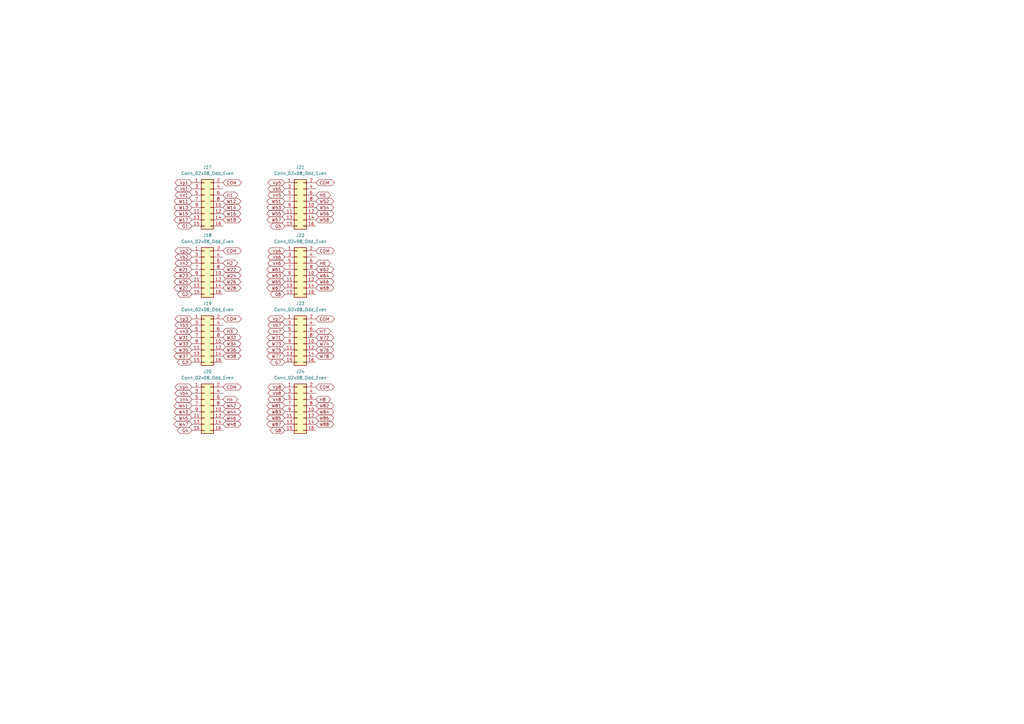
<source format=kicad_sch>
(kicad_sch (version 20250114) (generator "eeschema") (generator_version "9.0")
  (paper "A3")
  (lib_symbols
    (symbol "Connector_Generic:Conn_02x08_Odd_Even" (pin_names (offset 1.016) (hide yes))
      (property "Reference" "J" (at 1.27 10.16 0))
      (property "Value" "Conn_02x08_Odd_Even" (at 1.27 -12.7 0))
      (symbol "Conn_02x08_Odd_Even_1_1"
        (rectangle (start -1.27 8.89) (end 3.81 -11.43) (stroke (width 0.254)) (fill (type background)))
        (rectangle (start -1.27 7.747) (end 0 7.493) (stroke (width 0.1524)))
        (rectangle (start -1.27 5.207) (end 0 4.953) (stroke (width 0.1524)))
        (rectangle (start -1.27 2.667) (end 0 2.413) (stroke (width 0.1524)))
        (rectangle (start -1.27 0.127) (end 0 -0.127) (stroke (width 0.1524)))
        (rectangle (start -1.27 -2.413) (end 0 -2.667) (stroke (width 0.1524)))
        (rectangle (start -1.27 -4.953) (end 0 -5.207) (stroke (width 0.1524)))
        (rectangle (start -1.27 -7.493) (end 0 -7.747) (stroke (width 0.1524)))
        (rectangle (start -1.27 -10.033) (end 0 -10.287) (stroke (width 0.1524)))
        (rectangle (start 3.81 7.747) (end 2.54 7.493) (stroke (width 0.1524)))
        (rectangle (start 3.81 5.207) (end 2.54 4.953) (stroke (width 0.1524)))
        (rectangle (start 3.81 2.667) (end 2.54 2.413) (stroke (width 0.1524)))
        (rectangle (start 3.81 0.127) (end 2.54 -0.127) (stroke (width 0.1524)))
        (rectangle (start 3.81 -2.413) (end 2.54 -2.667) (stroke (width 0.1524)))
        (rectangle (start 3.81 -4.953) (end 2.54 -5.207) (stroke (width 0.1524)))
        (rectangle (start 3.81 -7.493) (end 2.54 -7.747) (stroke (width 0.1524)))
        (rectangle (start 3.81 -10.033) (end 2.54 -10.287) (stroke (width 0.1524)))
        (pin passive line (at -5.08 7.62 0) (length 3.81) (name "Pin_1") (number "1"))
        (pin passive line (at -5.08 5.08 0) (length 3.81) (name "Pin_3") (number "3"))
        (pin passive line (at -5.08 2.54 0) (length 3.81) (name "Pin_5") (number "5"))
        (pin passive line (at -5.08 0 0) (length 3.81) (name "Pin_7") (number "7"))
        (pin passive line (at -5.08 -2.54 0) (length 3.81) (name "Pin_9") (number "9"))
        (pin passive line (at -5.08 -5.08 0) (length 3.81) (name "Pin_11") (number "11"))
        (pin passive line (at -5.08 -7.62 0) (length 3.81) (name "Pin_13") (number "13"))
        (pin passive line (at -5.08 -10.16 0) (length 3.81) (name "Pin_15") (number "15"))
        (pin passive line (at 7.62 7.62 180) (length 3.81) (name "Pin_2") (number "2"))
        (pin passive line (at 7.62 5.08 180) (length 3.81) (name "Pin_4") (number "4"))
        (pin passive line (at 7.62 2.54 180) (length 3.81) (name "Pin_6") (number "6"))
        (pin passive line (at 7.62 0 180) (length 3.81) (name "Pin_8") (number "8"))
        (pin passive line (at 7.62 -2.54 180) (length 3.81) (name "Pin_10") (number "10"))
        (pin passive line (at 7.62 -5.08 180) (length 3.81) (name "Pin_12") (number "12"))
        (pin passive line (at 7.62 -7.62 180) (length 3.81) (name "Pin_14") (number "14"))
        (pin passive line (at 7.62 -10.16 180) (length 3.81) (name "Pin_16") (number "16"))
      )
    )
  )
  (global_label "COM" (shape bidirectional) (at 129.54 158.75 0) (property "Intersheetrefs" "${INTERSHEET_REFS}" (effects (hide yes))))
  (global_label "H8" (shape bidirectional) (at 129.54 163.83 0) (property "Intersheetrefs" "${INTERSHEET_REFS}" (effects (hide yes))))
  (global_label "W75" (shape bidirectional) (at 116.84 143.51 180) (property "Intersheetrefs" "${INTERSHEET_REFS}" (effects (hide yes))))
  (global_label "Vb6" (shape bidirectional) (at 116.84 105.41 180) (property "Intersheetrefs" "${INTERSHEET_REFS}" (effects (hide yes))))
  (global_label "COM" (shape bidirectional) (at 91.44 74.93 0) (property "Intersheetrefs" "${INTERSHEET_REFS}" (effects (hide yes))))
  (global_label "W37" (shape bidirectional) (at 78.74 146.05 180) (property "Intersheetrefs" "${INTERSHEET_REFS}" (effects (hide yes))))
  (global_label "Vn5" (shape bidirectional) (at 116.84 80.01 180) (property "Intersheetrefs" "${INTERSHEET_REFS}" (effects (hide yes))))
  (global_label "Vp8" (shape bidirectional) (at 116.84 158.75 180) (property "Intersheetrefs" "${INTERSHEET_REFS}" (effects (hide yes))))
  (global_label "W53" (shape bidirectional) (at 116.84 85.09 180) (property "Intersheetrefs" "${INTERSHEET_REFS}" (effects (hide yes))))
  (global_label "COM" (shape bidirectional) (at 91.44 158.75 0) (property "Intersheetrefs" "${INTERSHEET_REFS}" (effects (hide yes))))
  (global_label "W24" (shape bidirectional) (at 91.44 113.03 0) (property "Intersheetrefs" "${INTERSHEET_REFS}" (effects (hide yes))))
  (global_label "W23" (shape bidirectional) (at 78.74 113.03 180) (property "Intersheetrefs" "${INTERSHEET_REFS}" (effects (hide yes))))
  (global_label "W43" (shape bidirectional) (at 78.74 168.91 180) (property "Intersheetrefs" "${INTERSHEET_REFS}" (effects (hide yes))))
  (global_label "Vb4" (shape bidirectional) (at 78.74 161.29 180) (property "Intersheetrefs" "${INTERSHEET_REFS}" (effects (hide yes))))
  (global_label "Vb7" (shape bidirectional) (at 116.84 133.35 180) (property "Intersheetrefs" "${INTERSHEET_REFS}" (effects (hide yes))))
  (global_label "W78" (shape bidirectional) (at 129.54 146.05 0) (property "Intersheetrefs" "${INTERSHEET_REFS}" (effects (hide yes))))
  (global_label "W61" (shape bidirectional) (at 116.84 110.49 180) (property "Intersheetrefs" "${INTERSHEET_REFS}" (effects (hide yes))))
  (global_label "Vb1" (shape bidirectional) (at 78.74 77.47 180) (property "Intersheetrefs" "${INTERSHEET_REFS}" (effects (hide yes))))
  (global_label "W48" (shape bidirectional) (at 91.44 173.99 0) (property "Intersheetrefs" "${INTERSHEET_REFS}" (effects (hide yes))))
  (global_label "Vp5" (shape bidirectional) (at 116.84 74.93 180) (property "Intersheetrefs" "${INTERSHEET_REFS}" (effects (hide yes))))
  (global_label "W38" (shape bidirectional) (at 91.44 146.05 0) (property "Intersheetrefs" "${INTERSHEET_REFS}" (effects (hide yes))))
  (global_label "W86" (shape bidirectional) (at 129.54 171.45 0) (property "Intersheetrefs" "${INTERSHEET_REFS}" (effects (hide yes))))
  (global_label "W12" (shape bidirectional) (at 91.44 82.55 0) (property "Intersheetrefs" "${INTERSHEET_REFS}" (effects (hide yes))))
  (global_label "G8" (shape bidirectional) (at 116.84 176.53 180) (property "Intersheetrefs" "${INTERSHEET_REFS}" (effects (hide yes))))
  (global_label "W44" (shape bidirectional) (at 91.44 168.91 0) (property "Intersheetrefs" "${INTERSHEET_REFS}" (effects (hide yes))))
  (global_label "G1" (shape bidirectional) (at 78.74 92.71 180) (property "Intersheetrefs" "${INTERSHEET_REFS}" (effects (hide yes))))
  (global_label "W66" (shape bidirectional) (at 129.54 115.57 0) (property "Intersheetrefs" "${INTERSHEET_REFS}" (effects (hide yes))))
  (global_label "W14" (shape bidirectional) (at 91.44 85.09 0) (property "Intersheetrefs" "${INTERSHEET_REFS}" (effects (hide yes))))
  (global_label "H5" (shape bidirectional) (at 129.54 80.01 0) (property "Intersheetrefs" "${INTERSHEET_REFS}" (effects (hide yes))))
  (global_label "Vp2" (shape bidirectional) (at 78.74 102.87 180) (property "Intersheetrefs" "${INTERSHEET_REFS}" (effects (hide yes))))
  (global_label "W83" (shape bidirectional) (at 116.84 168.91 180) (property "Intersheetrefs" "${INTERSHEET_REFS}" (effects (hide yes))))
  (global_label "W28" (shape bidirectional) (at 91.44 118.11 0) (property "Intersheetrefs" "${INTERSHEET_REFS}" (effects (hide yes))))
  (global_label "W73" (shape bidirectional) (at 116.84 140.97 180) (property "Intersheetrefs" "${INTERSHEET_REFS}" (effects (hide yes))))
  (global_label "W76" (shape bidirectional) (at 129.54 143.51 0) (property "Intersheetrefs" "${INTERSHEET_REFS}" (effects (hide yes))))
  (global_label "Vb2" (shape bidirectional) (at 78.74 105.41 180) (property "Intersheetrefs" "${INTERSHEET_REFS}" (effects (hide yes))))
  (global_label "W26" (shape bidirectional) (at 91.44 115.57 0) (property "Intersheetrefs" "${INTERSHEET_REFS}" (effects (hide yes))))
  (global_label "W65" (shape bidirectional) (at 116.84 115.57 180) (property "Intersheetrefs" "${INTERSHEET_REFS}" (effects (hide yes))))
  (global_label "G6" (shape bidirectional) (at 116.84 120.65 180) (property "Intersheetrefs" "${INTERSHEET_REFS}" (effects (hide yes))))
  (global_label "W41" (shape bidirectional) (at 78.74 166.37 180) (property "Intersheetrefs" "${INTERSHEET_REFS}" (effects (hide yes))))
  (global_label "COM" (shape bidirectional) (at 129.54 74.93 0) (property "Intersheetrefs" "${INTERSHEET_REFS}" (effects (hide yes))))
  (global_label "Vn8" (shape bidirectional) (at 116.84 163.83 180) (property "Intersheetrefs" "${INTERSHEET_REFS}" (effects (hide yes))))
  (global_label "W63" (shape bidirectional) (at 116.84 113.03 180) (property "Intersheetrefs" "${INTERSHEET_REFS}" (effects (hide yes))))
  (global_label "W33" (shape bidirectional) (at 78.74 140.97 180) (property "Intersheetrefs" "${INTERSHEET_REFS}" (effects (hide yes))))
  (global_label "W85" (shape bidirectional) (at 116.84 171.45 180) (property "Intersheetrefs" "${INTERSHEET_REFS}" (effects (hide yes))))
  (global_label "W45" (shape bidirectional) (at 78.74 171.45 180) (property "Intersheetrefs" "${INTERSHEET_REFS}" (effects (hide yes))))
  (global_label "W68" (shape bidirectional) (at 129.54 118.11 0) (property "Intersheetrefs" "${INTERSHEET_REFS}" (effects (hide yes))))
  (global_label "Vb3" (shape bidirectional) (at 78.74 133.35 180) (property "Intersheetrefs" "${INTERSHEET_REFS}" (effects (hide yes))))
  (global_label "W77" (shape bidirectional) (at 116.84 146.05 180) (property "Intersheetrefs" "${INTERSHEET_REFS}" (effects (hide yes))))
  (global_label "W87" (shape bidirectional) (at 116.84 173.99 180) (property "Intersheetrefs" "${INTERSHEET_REFS}" (effects (hide yes))))
  (global_label "H2" (shape bidirectional) (at 91.44 107.95 0) (property "Intersheetrefs" "${INTERSHEET_REFS}" (effects (hide yes))))
  (global_label "W54" (shape bidirectional) (at 129.54 85.09 0) (property "Intersheetrefs" "${INTERSHEET_REFS}" (effects (hide yes))))
  (global_label "W82" (shape bidirectional) (at 129.54 166.37 0) (property "Intersheetrefs" "${INTERSHEET_REFS}" (effects (hide yes))))
  (global_label "W52" (shape bidirectional) (at 129.54 82.55 0) (property "Intersheetrefs" "${INTERSHEET_REFS}" (effects (hide yes))))
  (global_label "W84" (shape bidirectional) (at 129.54 168.91 0) (property "Intersheetrefs" "${INTERSHEET_REFS}" (effects (hide yes))))
  (global_label "Vp4" (shape bidirectional) (at 78.74 158.75 180) (property "Intersheetrefs" "${INTERSHEET_REFS}" (effects (hide yes))))
  (global_label "W51" (shape bidirectional) (at 116.84 82.55 180) (property "Intersheetrefs" "${INTERSHEET_REFS}" (effects (hide yes))))
  (global_label "H3" (shape bidirectional) (at 91.44 135.89 0) (property "Intersheetrefs" "${INTERSHEET_REFS}" (effects (hide yes))))
  (global_label "W36" (shape bidirectional) (at 91.44 143.51 0) (property "Intersheetrefs" "${INTERSHEET_REFS}" (effects (hide yes))))
  (global_label "W35" (shape bidirectional) (at 78.74 143.51 180) (property "Intersheetrefs" "${INTERSHEET_REFS}" (effects (hide yes))))
  (global_label "W81" (shape bidirectional) (at 116.84 166.37 180) (property "Intersheetrefs" "${INTERSHEET_REFS}" (effects (hide yes))))
  (global_label "G7" (shape bidirectional) (at 116.84 148.59 180) (property "Intersheetrefs" "${INTERSHEET_REFS}" (effects (hide yes))))
  (global_label "H4" (shape bidirectional) (at 91.44 163.83 0) (property "Intersheetrefs" "${INTERSHEET_REFS}" (effects (hide yes))))
  (global_label "W64" (shape bidirectional) (at 129.54 113.03 0) (property "Intersheetrefs" "${INTERSHEET_REFS}" (effects (hide yes))))
  (global_label "Vn7" (shape bidirectional) (at 116.84 135.89 180) (property "Intersheetrefs" "${INTERSHEET_REFS}" (effects (hide yes))))
  (global_label "W34" (shape bidirectional) (at 91.44 140.97 0) (property "Intersheetrefs" "${INTERSHEET_REFS}" (effects (hide yes))))
  (global_label "W25" (shape bidirectional) (at 78.74 115.57 180) (property "Intersheetrefs" "${INTERSHEET_REFS}" (effects (hide yes))))
  (global_label "W15" (shape bidirectional) (at 78.74 87.63 180) (property "Intersheetrefs" "${INTERSHEET_REFS}" (effects (hide yes))))
  (global_label "W57" (shape bidirectional) (at 116.84 90.17 180) (property "Intersheetrefs" "${INTERSHEET_REFS}" (effects (hide yes))))
  (global_label "G5" (shape bidirectional) (at 116.84 92.71 180) (property "Intersheetrefs" "${INTERSHEET_REFS}" (effects (hide yes))))
  (global_label "H7" (shape bidirectional) (at 129.54 135.89 0) (property "Intersheetrefs" "${INTERSHEET_REFS}" (effects (hide yes))))
  (global_label "W18" (shape bidirectional) (at 91.44 90.17 0) (property "Intersheetrefs" "${INTERSHEET_REFS}" (effects (hide yes))))
  (global_label "COM" (shape bidirectional) (at 129.54 102.87 0) (property "Intersheetrefs" "${INTERSHEET_REFS}" (effects (hide yes))))
  (global_label "W46" (shape bidirectional) (at 91.44 171.45 0) (property "Intersheetrefs" "${INTERSHEET_REFS}" (effects (hide yes))))
  (global_label "Vp1" (shape bidirectional) (at 78.74 74.93 180) (property "Intersheetrefs" "${INTERSHEET_REFS}" (effects (hide yes))))
  (global_label "Vn4" (shape bidirectional) (at 78.74 163.83 180) (property "Intersheetrefs" "${INTERSHEET_REFS}" (effects (hide yes))))
  (global_label "COM" (shape bidirectional) (at 129.54 130.81 0) (property "Intersheetrefs" "${INTERSHEET_REFS}" (effects (hide yes))))
  (global_label "W72" (shape bidirectional) (at 129.54 138.43 0) (property "Intersheetrefs" "${INTERSHEET_REFS}" (effects (hide yes))))
  (global_label "W31" (shape bidirectional) (at 78.74 138.43 180) (property "Intersheetrefs" "${INTERSHEET_REFS}" (effects (hide yes))))
  (global_label "W22" (shape bidirectional) (at 91.44 110.49 0) (property "Intersheetrefs" "${INTERSHEET_REFS}" (effects (hide yes))))
  (global_label "Vn6" (shape bidirectional) (at 116.84 107.95 180) (property "Intersheetrefs" "${INTERSHEET_REFS}" (effects (hide yes))))
  (global_label "W17" (shape bidirectional) (at 78.74 90.17 180) (property "Intersheetrefs" "${INTERSHEET_REFS}" (effects (hide yes))))
  (global_label "Vp3" (shape bidirectional) (at 78.74 130.81 180) (property "Intersheetrefs" "${INTERSHEET_REFS}" (effects (hide yes))))
  (global_label "W11" (shape bidirectional) (at 78.74 82.55 180) (property "Intersheetrefs" "${INTERSHEET_REFS}" (effects (hide yes))))
  (global_label "G4" (shape bidirectional) (at 78.74 176.53 180) (property "Intersheetrefs" "${INTERSHEET_REFS}" (effects (hide yes))))
  (global_label "H1" (shape bidirectional) (at 91.44 80.01 0) (property "Intersheetrefs" "${INTERSHEET_REFS}" (effects (hide yes))))
  (global_label "W71" (shape bidirectional) (at 116.84 138.43 180) (property "Intersheetrefs" "${INTERSHEET_REFS}" (effects (hide yes))))
  (global_label "Vp7" (shape bidirectional) (at 116.84 130.81 180) (property "Intersheetrefs" "${INTERSHEET_REFS}" (effects (hide yes))))
  (global_label "W21" (shape bidirectional) (at 78.74 110.49 180) (property "Intersheetrefs" "${INTERSHEET_REFS}" (effects (hide yes))))
  (global_label "W67" (shape bidirectional) (at 116.84 118.11 180) (property "Intersheetrefs" "${INTERSHEET_REFS}" (effects (hide yes))))
  (global_label "W88" (shape bidirectional) (at 129.54 173.99 0) (property "Intersheetrefs" "${INTERSHEET_REFS}" (effects (hide yes))))
  (global_label "Vn1" (shape bidirectional) (at 78.74 80.01 180) (property "Intersheetrefs" "${INTERSHEET_REFS}" (effects (hide yes))))
  (global_label "W42" (shape bidirectional) (at 91.44 166.37 0) (property "Intersheetrefs" "${INTERSHEET_REFS}" (effects (hide yes))))
  (global_label "W13" (shape bidirectional) (at 78.74 85.09 180) (property "Intersheetrefs" "${INTERSHEET_REFS}" (effects (hide yes))))
  (global_label "W62" (shape bidirectional) (at 129.54 110.49 0) (property "Intersheetrefs" "${INTERSHEET_REFS}" (effects (hide yes))))
  (global_label "W58" (shape bidirectional) (at 129.54 90.17 0) (property "Intersheetrefs" "${INTERSHEET_REFS}" (effects (hide yes))))
  (global_label "Vb5" (shape bidirectional) (at 116.84 77.47 180) (property "Intersheetrefs" "${INTERSHEET_REFS}" (effects (hide yes))))
  (global_label "G3" (shape bidirectional) (at 78.74 148.59 180) (property "Intersheetrefs" "${INTERSHEET_REFS}" (effects (hide yes))))
  (global_label "W16" (shape bidirectional) (at 91.44 87.63 0) (property "Intersheetrefs" "${INTERSHEET_REFS}" (effects (hide yes))))
  (global_label "W32" (shape bidirectional) (at 91.44 138.43 0) (property "Intersheetrefs" "${INTERSHEET_REFS}" (effects (hide yes))))
  (global_label "Vn2" (shape bidirectional) (at 78.74 107.95 180) (property "Intersheetrefs" "${INTERSHEET_REFS}" (effects (hide yes))))
  (global_label "W27" (shape bidirectional) (at 78.74 118.11 180) (property "Intersheetrefs" "${INTERSHEET_REFS}" (effects (hide yes))))
  (global_label "H6" (shape bidirectional) (at 129.54 107.95 0) (property "Intersheetrefs" "${INTERSHEET_REFS}" (effects (hide yes))))
  (global_label "Vp6" (shape bidirectional) (at 116.84 102.87 180) (property "Intersheetrefs" "${INTERSHEET_REFS}" (effects (hide yes))))
  (global_label "Vn3" (shape bidirectional) (at 78.74 135.89 180) (property "Intersheetrefs" "${INTERSHEET_REFS}" (effects (hide yes))))
  (global_label "W47" (shape bidirectional) (at 78.74 173.99 180) (property "Intersheetrefs" "${INTERSHEET_REFS}" (effects (hide yes))))
  (global_label "G2" (shape bidirectional) (at 78.74 120.65 180) (property "Intersheetrefs" "${INTERSHEET_REFS}" (effects (hide yes))))
  (global_label "Vb8" (shape bidirectional) (at 116.84 161.29 180) (property "Intersheetrefs" "${INTERSHEET_REFS}" (effects (hide yes))))
  (global_label "W74" (shape bidirectional) (at 129.54 140.97 0) (property "Intersheetrefs" "${INTERSHEET_REFS}" (effects (hide yes))))
  (global_label "COM" (shape bidirectional) (at 91.44 102.87 0) (property "Intersheetrefs" "${INTERSHEET_REFS}" (effects (hide yes))))
  (global_label "W56" (shape bidirectional) (at 129.54 87.63 0) (property "Intersheetrefs" "${INTERSHEET_REFS}" (effects (hide yes))))
  (global_label "COM" (shape bidirectional) (at 91.44 130.81 0) (property "Intersheetrefs" "${INTERSHEET_REFS}" (effects (hide yes))))
  (global_label "W55" (shape bidirectional) (at 116.84 87.63 180) (property "Intersheetrefs" "${INTERSHEET_REFS}" (effects (hide yes))))
  (symbol (lib_id "Connector_Generic:Conn_02x08_Odd_Even") (at 121.92 138.43 0) (unit 1)
    (property "Reference" "J23" (at 123.19 124.46 0))
    (property "Value" "Conn_02x08_Odd_Even" (at 123.19 127 0))
    (property "Footprint" "Connector_PinSocket_1.27mm:PinSocket_2x07_P1.27mm_Vertical" (effects (hide yes)))
    (property "Description" "Generic connector, double row, 02x08, odd/even pin numbering scheme (row 1 odd numbers, row 2 even numbers), script generated (kicad-library-utils/schlib/autogen/connector/)" (effects (hide yes)))
  )
  (symbol (lib_id "Connector_Generic:Conn_02x08_Odd_Even") (at 121.92 166.37 0) (unit 1)
    (property "Reference" "J24" (at 123.19 152.4 0))
    (property "Value" "Conn_02x08_Odd_Even" (at 123.19 154.94 0))
    (property "Footprint" "Connector_PinSocket_1.27mm:PinSocket_2x07_P1.27mm_Vertical" (effects (hide yes)))
    (property "Description" "Generic connector, double row, 02x08, odd/even pin numbering scheme (row 1 odd numbers, row 2 even numbers), script generated (kicad-library-utils/schlib/autogen/connector/)" (effects (hide yes)))
  )
  (symbol (lib_id "Connector_Generic:Conn_02x08_Odd_Even") (at 83.82 82.55 0) (unit 1)
    (property "Reference" "J17" (at 85.09 68.58 0))
    (property "Value" "Conn_02x08_Odd_Even" (at 85.09 71.12 0))
    (property "Footprint" "Connector_PinSocket_1.27mm:PinSocket_2x07_P1.27mm_Vertical" (effects (hide yes)))
    (property "Description" "Generic connector, double row, 02x08, odd/even pin numbering scheme (row 1 odd numbers, row 2 even numbers), script generated (kicad-library-utils/schlib/autogen/connector/)" (effects (hide yes)))
  )
  (symbol (lib_id "Connector_Generic:Conn_02x08_Odd_Even") (at 121.92 110.49 0) (unit 1)
    (property "Reference" "J22" (at 123.19 96.52 0))
    (property "Value" "Conn_02x08_Odd_Even" (at 123.19 99.06 0))
    (property "Footprint" "Connector_PinSocket_1.27mm:PinSocket_2x07_P1.27mm_Vertical" (effects (hide yes)))
    (property "Description" "Generic connector, double row, 02x08, odd/even pin numbering scheme (row 1 odd numbers, row 2 even numbers), script generated (kicad-library-utils/schlib/autogen/connector/)" (effects (hide yes)))
  )
  (symbol (lib_id "Connector_Generic:Conn_02x08_Odd_Even") (at 83.82 110.49 0) (unit 1)
    (property "Reference" "J18" (at 85.09 96.52 0))
    (property "Value" "Conn_02x08_Odd_Even" (at 85.09 99.06 0))
    (property "Footprint" "Connector_PinSocket_1.27mm:PinSocket_2x07_P1.27mm_Vertical" (effects (hide yes)))
    (property "Description" "Generic connector, double row, 02x08, odd/even pin numbering scheme (row 1 odd numbers, row 2 even numbers), script generated (kicad-library-utils/schlib/autogen/connector/)" (effects (hide yes)))
  )
  (symbol (lib_id "Connector_Generic:Conn_02x08_Odd_Even") (at 121.92 82.55 0) (unit 1)
    (property "Reference" "J21" (at 123.19 68.58 0))
    (property "Value" "Conn_02x08_Odd_Even" (at 123.19 71.12 0))
    (property "Footprint" "Connector_PinSocket_1.27mm:PinSocket_2x07_P1.27mm_Vertical" (effects (hide yes)))
    (property "Description" "Generic connector, double row, 02x08, odd/even pin numbering scheme (row 1 odd numbers, row 2 even numbers), script generated (kicad-library-utils/schlib/autogen/connector/)" (effects (hide yes)))
  )
  (symbol (lib_id "Connector_Generic:Conn_02x08_Odd_Even") (at 83.82 138.43 0) (unit 1)
    (property "Reference" "J19" (at 85.09 124.46 0))
    (property "Value" "Conn_02x08_Odd_Even" (at 85.09 127 0))
    (property "Footprint" "Connector_PinSocket_1.27mm:PinSocket_2x07_P1.27mm_Vertical" (effects (hide yes)))
    (property "Description" "Generic connector, double row, 02x08, odd/even pin numbering scheme (row 1 odd numbers, row 2 even numbers), script generated (kicad-library-utils/schlib/autogen/connector/)" (effects (hide yes)))
  )
  (symbol (lib_id "Connector_Generic:Conn_02x08_Odd_Even") (at 83.82 166.37 0) (unit 1)
    (property "Reference" "J20" (at 85.09 152.4 0))
    (property "Value" "Conn_02x08_Odd_Even" (at 85.09 154.94 0))
    (property "Footprint" "Connector_PinSocket_1.27mm:PinSocket_2x07_P1.27mm_Vertical" (effects (hide yes)))
    (property "Description" "Generic connector, double row, 02x08, odd/even pin numbering scheme (row 1 odd numbers, row 2 even numbers), script generated (kicad-library-utils/schlib/autogen/connector/)" (effects (hide yes)))
  )
)
</source>
